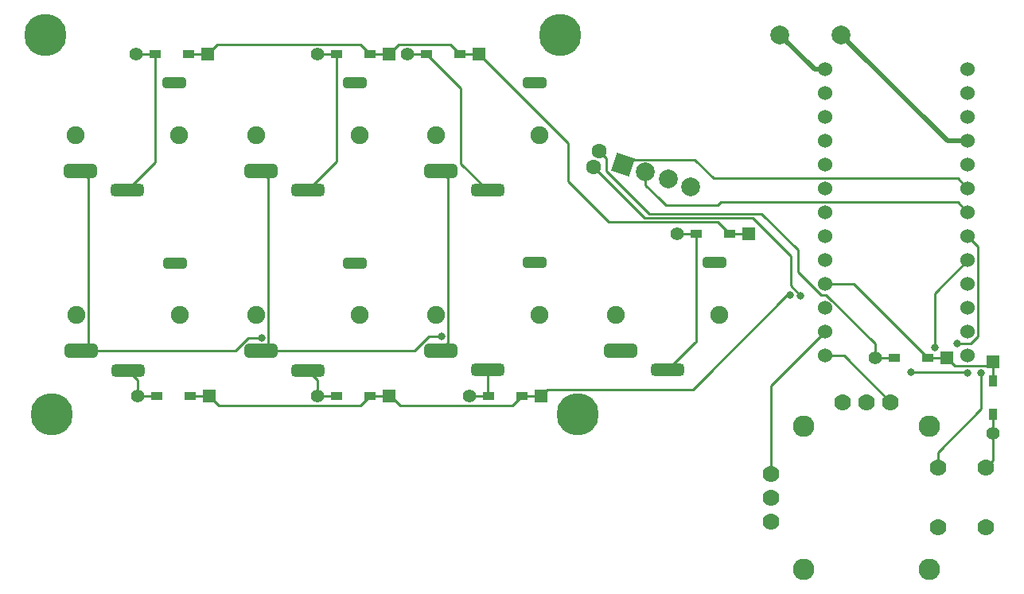
<source format=gbr>
G04 #@! TF.GenerationSoftware,KiCad,Pcbnew,8.0.6*
G04 #@! TF.CreationDate,2025-01-11T22:07:08+09:00*
G04 #@! TF.ProjectId,original_keyboard,6f726967-696e-4616-9c5f-6b6579626f61,rev?*
G04 #@! TF.SameCoordinates,Original*
G04 #@! TF.FileFunction,Copper,L2,Bot*
G04 #@! TF.FilePolarity,Positive*
%FSLAX46Y46*%
G04 Gerber Fmt 4.6, Leading zero omitted, Abs format (unit mm)*
G04 Created by KiCad (PCBNEW 8.0.6) date 2025-01-11 22:07:08*
%MOMM*%
%LPD*%
G01*
G04 APERTURE LIST*
G04 Aperture macros list*
%AMRoundRect*
0 Rectangle with rounded corners*
0 $1 Rounding radius*
0 $2 $3 $4 $5 $6 $7 $8 $9 X,Y pos of 4 corners*
0 Add a 4 corners polygon primitive as box body*
4,1,4,$2,$3,$4,$5,$6,$7,$8,$9,$2,$3,0*
0 Add four circle primitives for the rounded corners*
1,1,$1+$1,$2,$3*
1,1,$1+$1,$4,$5*
1,1,$1+$1,$6,$7*
1,1,$1+$1,$8,$9*
0 Add four rect primitives between the rounded corners*
20,1,$1+$1,$2,$3,$4,$5,0*
20,1,$1+$1,$4,$5,$6,$7,0*
20,1,$1+$1,$6,$7,$8,$9,0*
20,1,$1+$1,$8,$9,$2,$3,0*%
%AMRotRect*
0 Rectangle, with rotation*
0 The origin of the aperture is its center*
0 $1 length*
0 $2 width*
0 $3 Rotation angle, in degrees counterclockwise*
0 Add horizontal line*
21,1,$1,$2,0,0,$3*%
G04 Aperture macros list end*
G04 #@! TA.AperFunction,WasherPad*
%ADD10C,1.900000*%
G04 #@! TD*
G04 #@! TA.AperFunction,ComponentPad*
%ADD11RoundRect,0.287500X-0.962500X-0.287500X0.962500X-0.287500X0.962500X0.287500X-0.962500X0.287500X0*%
G04 #@! TD*
G04 #@! TA.AperFunction,ComponentPad*
%ADD12RoundRect,0.375000X-1.375000X-0.375000X1.375000X-0.375000X1.375000X0.375000X-1.375000X0.375000X0*%
G04 #@! TD*
G04 #@! TA.AperFunction,ComponentPad*
%ADD13RoundRect,0.325000X-1.425000X-0.325000X1.425000X-0.325000X1.425000X0.325000X-1.425000X0.325000X0*%
G04 #@! TD*
G04 #@! TA.AperFunction,ComponentPad*
%ADD14R,1.397000X1.397000*%
G04 #@! TD*
G04 #@! TA.AperFunction,SMDPad,CuDef*
%ADD15R,1.300000X0.950000*%
G04 #@! TD*
G04 #@! TA.AperFunction,ComponentPad*
%ADD16C,1.397000*%
G04 #@! TD*
G04 #@! TA.AperFunction,ComponentPad*
%ADD17RotRect,2.000000X2.000000X72.000000*%
G04 #@! TD*
G04 #@! TA.AperFunction,ComponentPad*
%ADD18C,2.000000*%
G04 #@! TD*
G04 #@! TA.AperFunction,ComponentPad*
%ADD19C,1.600000*%
G04 #@! TD*
G04 #@! TA.AperFunction,ComponentPad*
%ADD20C,1.778000*%
G04 #@! TD*
G04 #@! TA.AperFunction,ComponentPad*
%ADD21C,2.286000*%
G04 #@! TD*
G04 #@! TA.AperFunction,WasherPad*
%ADD22C,4.500000*%
G04 #@! TD*
G04 #@! TA.AperFunction,ComponentPad*
%ADD23C,1.524000*%
G04 #@! TD*
G04 #@! TA.AperFunction,SMDPad,CuDef*
%ADD24R,0.950000X1.300000*%
G04 #@! TD*
G04 #@! TA.AperFunction,ViaPad*
%ADD25C,0.800000*%
G04 #@! TD*
G04 #@! TA.AperFunction,Conductor*
%ADD26C,0.250000*%
G04 #@! TD*
G04 #@! TA.AperFunction,Conductor*
%ADD27C,0.500000*%
G04 #@! TD*
G04 APERTURE END LIST*
D10*
X75113000Y-73152000D03*
D11*
X85613000Y-67602000D03*
D10*
X86113000Y-73152000D03*
D12*
X75613000Y-76952000D03*
D13*
X80613000Y-79052000D03*
D14*
X105410000Y-100965000D03*
D15*
X103375000Y-100965000D03*
X99825000Y-100965000D03*
D16*
X97790000Y-100965000D03*
D14*
X89284000Y-100965000D03*
D15*
X87249000Y-100965000D03*
X83699000Y-100965000D03*
D16*
X81664000Y-100965000D03*
D10*
X113419000Y-92288200D03*
D11*
X123919000Y-86738200D03*
D10*
X124419000Y-92288200D03*
D12*
X113919000Y-96088200D03*
D13*
X118919000Y-98188200D03*
D17*
X114122365Y-76303012D03*
D18*
X116538048Y-77087915D03*
X118953732Y-77872818D03*
X121369415Y-78657722D03*
D19*
X111042818Y-76590448D03*
X111614500Y-74830993D03*
D14*
X69980000Y-64516000D03*
D15*
X67945000Y-64516000D03*
X64395000Y-64516000D03*
D16*
X62360000Y-64516000D03*
D20*
X152781000Y-108585000D03*
X152781000Y-114935000D03*
X147701000Y-108585000D03*
X147701000Y-114935000D03*
X129921000Y-109220000D03*
X129921000Y-111760000D03*
X129921000Y-114300000D03*
D21*
X146748500Y-104140000D03*
X133413500Y-104140000D03*
X133413500Y-119380000D03*
X146748500Y-119380000D03*
D20*
X142621000Y-101600000D03*
X140081000Y-101600000D03*
X137541000Y-101600000D03*
D22*
X109347000Y-102870000D03*
D14*
X98806000Y-64516000D03*
D15*
X96771000Y-64516000D03*
X93221000Y-64516000D03*
D16*
X91186000Y-64516000D03*
D14*
X127505000Y-83693000D03*
D15*
X125470000Y-83693000D03*
X121920000Y-83693000D03*
D16*
X119885000Y-83693000D03*
D10*
X55955000Y-92329000D03*
D11*
X66455000Y-86779000D03*
D10*
X66955000Y-92329000D03*
D12*
X56455000Y-96129000D03*
D13*
X61455000Y-98229000D03*
D23*
X135636000Y-68707000D03*
X135636000Y-71247000D03*
X135636000Y-73787000D03*
X135636000Y-76327000D03*
X135636000Y-78867000D03*
X135636000Y-81407000D03*
X135636000Y-83947000D03*
X135636000Y-86487000D03*
X135636000Y-89027000D03*
X135636000Y-91567000D03*
X135636000Y-94107000D03*
X135636000Y-96647000D03*
X150856000Y-96647000D03*
X150856000Y-94107000D03*
X150856000Y-91567000D03*
X150856000Y-89027000D03*
X150856000Y-86487000D03*
X150856000Y-83947000D03*
X150856000Y-81407000D03*
X150856000Y-78867000D03*
X150856000Y-76327000D03*
X150856000Y-73787000D03*
X150856000Y-71247000D03*
X150856000Y-68707000D03*
X150856000Y-66167000D03*
X135636000Y-66167000D03*
D10*
X75145000Y-92329000D03*
D11*
X85645000Y-86779000D03*
D10*
X86145000Y-92329000D03*
D12*
X75645000Y-96129000D03*
D13*
X80645000Y-98229000D03*
D14*
X89281000Y-64516000D03*
D15*
X87246000Y-64516000D03*
X83696000Y-64516000D03*
D16*
X81661000Y-64516000D03*
D10*
X55924000Y-73161000D03*
D11*
X66424000Y-67611000D03*
D10*
X66924000Y-73161000D03*
D12*
X56424000Y-76961000D03*
D13*
X61424000Y-79061000D03*
D10*
X94234000Y-73161000D03*
D11*
X104734000Y-67611000D03*
D10*
X105234000Y-73161000D03*
D12*
X94734000Y-76961000D03*
D13*
X99734000Y-79061000D03*
D22*
X53340000Y-102870000D03*
D14*
X148590000Y-96901000D03*
D15*
X146555000Y-96901000D03*
X143005000Y-96901000D03*
D16*
X140970000Y-96901000D03*
D10*
X94275000Y-92291000D03*
D11*
X104775000Y-86741000D03*
D10*
X105275000Y-92291000D03*
D12*
X94775000Y-96091000D03*
D13*
X99775000Y-98191000D03*
D22*
X52705000Y-62484000D03*
D14*
X70104000Y-100965000D03*
D15*
X68069000Y-100965000D03*
X64519000Y-100965000D03*
D16*
X62484000Y-100965000D03*
D14*
X153543000Y-97282000D03*
D24*
X153543000Y-99317000D03*
X153543000Y-102867000D03*
D16*
X153543000Y-104902000D03*
D22*
X107442000Y-62484000D03*
D18*
X137362000Y-62484000D03*
X130862000Y-62484000D03*
D25*
X131953000Y-90233500D03*
X133042500Y-90243500D03*
X75692000Y-94742000D03*
X94825000Y-94615000D03*
X152293012Y-98459000D03*
X144780000Y-98425000D03*
X150856000Y-98459000D03*
X147320000Y-95758000D03*
X149733000Y-95377000D03*
D26*
X108331000Y-74041000D02*
X98806000Y-64516000D01*
X125470000Y-83693000D02*
X124200000Y-82423000D01*
X69980000Y-64516000D02*
X67945000Y-64516000D01*
X96771000Y-64516000D02*
X98806000Y-64516000D01*
X89281000Y-64516000D02*
X90304500Y-63492500D01*
X87246000Y-64516000D02*
X89281000Y-64516000D01*
X125470000Y-83693000D02*
X127505000Y-83693000D01*
X124200000Y-82423000D02*
X112649000Y-82423000D01*
X95747500Y-63492500D02*
X96771000Y-64516000D01*
X112649000Y-82423000D02*
X108331000Y-78105000D01*
X86222500Y-63492500D02*
X87246000Y-64516000D01*
X71003500Y-63492500D02*
X86222500Y-63492500D01*
X69980000Y-64516000D02*
X71003500Y-63492500D01*
X108331000Y-78105000D02*
X108331000Y-74041000D01*
X90304500Y-63492500D02*
X95747500Y-63492500D01*
X64395000Y-76090000D02*
X61424000Y-79061000D01*
X64395000Y-64516000D02*
X62360000Y-64516000D01*
X64395000Y-64516000D02*
X64395000Y-76090000D01*
X81661000Y-64516000D02*
X83696000Y-64516000D01*
X83696000Y-75969000D02*
X80613000Y-79052000D01*
X83696000Y-64516000D02*
X83696000Y-75969000D01*
X96859000Y-76186000D02*
X99734000Y-79061000D01*
X93221000Y-64516000D02*
X96859000Y-68154000D01*
X91186000Y-64516000D02*
X93221000Y-64516000D01*
X96859000Y-68154000D02*
X96859000Y-76186000D01*
X119885000Y-83693000D02*
X121920000Y-83693000D01*
X121920000Y-95187200D02*
X121794000Y-95313200D01*
X121920000Y-83693000D02*
X121920000Y-95187200D01*
X121794000Y-95313200D02*
X118919000Y-98188200D01*
X61455000Y-98229000D02*
X62484000Y-99258000D01*
X62484000Y-99258000D02*
X62484000Y-100965000D01*
X64519000Y-100965000D02*
X62484000Y-100965000D01*
X62230000Y-100838000D02*
X62360000Y-100838000D01*
X105410000Y-100965000D02*
X106080000Y-100295000D01*
X106080000Y-100295000D02*
X121574000Y-100295000D01*
X90431500Y-101988500D02*
X102351500Y-101988500D01*
X70104000Y-100965000D02*
X71127500Y-101988500D01*
X71127500Y-101988500D02*
X86225500Y-101988500D01*
X131635500Y-90233500D02*
X122618500Y-99250500D01*
X68069000Y-100965000D02*
X70104000Y-100965000D01*
X102351500Y-101988500D02*
X103375000Y-100965000D01*
X103375000Y-100965000D02*
X105410000Y-100965000D01*
X86225500Y-101988500D02*
X87249000Y-100965000D01*
X131889500Y-90233500D02*
X131635500Y-90233500D01*
X89284000Y-100965000D02*
X87249000Y-100965000D01*
X121574000Y-100295000D02*
X122618500Y-99250500D01*
X89284000Y-100965000D02*
X89408000Y-100965000D01*
X89408000Y-100965000D02*
X90431500Y-101988500D01*
X80645000Y-98229000D02*
X81664000Y-99248000D01*
X81664000Y-99248000D02*
X81664000Y-100965000D01*
X81664000Y-100965000D02*
X83699000Y-100965000D01*
X99775000Y-100915000D02*
X99825000Y-100965000D01*
X99775000Y-98191000D02*
X99775000Y-100915000D01*
X97790000Y-100965000D02*
X99825000Y-100965000D01*
X135776251Y-90170000D02*
X135241749Y-90170000D01*
X140970000Y-95363749D02*
X135776251Y-90170000D01*
X112414499Y-76981499D02*
X112414499Y-75630992D01*
X128911218Y-81523000D02*
X116956000Y-81523000D01*
X116956000Y-81523000D02*
X112414499Y-76981499D01*
X132787109Y-87715360D02*
X132787109Y-85398891D01*
X140970000Y-96901000D02*
X140970000Y-95363749D01*
X135241749Y-90170000D02*
X132787109Y-87715360D01*
X143005000Y-96901000D02*
X140970000Y-96901000D01*
X132787109Y-85398891D02*
X128911218Y-81523000D01*
X112414499Y-75630992D02*
X111614500Y-74830993D01*
X149423000Y-97734000D02*
X153091000Y-97734000D01*
X148590000Y-96901000D02*
X149423000Y-97734000D01*
X135092745Y-89210000D02*
X136073000Y-89210000D01*
X153543000Y-97282000D02*
X153543000Y-99317000D01*
X138681000Y-89027000D02*
X146555000Y-96901000D01*
X135636000Y-89027000D02*
X138681000Y-89027000D01*
X153091000Y-97734000D02*
X153543000Y-97282000D01*
X146555000Y-96901000D02*
X148590000Y-96901000D01*
X153543000Y-102867000D02*
X153543000Y-104902000D01*
X153543000Y-104902000D02*
X153543000Y-107823000D01*
X153543000Y-107823000D02*
X152781000Y-108585000D01*
D27*
X134545000Y-66167000D02*
X135636000Y-66167000D01*
X130862000Y-62484000D02*
X134545000Y-66167000D01*
D26*
X127947000Y-81973000D02*
X130238500Y-84264500D01*
X132016500Y-89217500D02*
X133042500Y-90243500D01*
X57230000Y-95354000D02*
X56455000Y-96129000D01*
X57230000Y-77767000D02*
X57230000Y-95354000D01*
X111042818Y-76590448D02*
X116425370Y-81973000D01*
X56424000Y-76961000D02*
X57230000Y-77767000D01*
X74292050Y-94742000D02*
X75692000Y-94742000D01*
X130238500Y-84264500D02*
X132016500Y-86042500D01*
X72905050Y-96129000D02*
X74292050Y-94742000D01*
X56455000Y-96129000D02*
X72905050Y-96129000D01*
X116425370Y-81973000D02*
X127947000Y-81973000D01*
X132016500Y-86042500D02*
X132016500Y-89217500D01*
X75645000Y-96129000D02*
X91997050Y-96129000D01*
X152293012Y-102341988D02*
X152293012Y-98459000D01*
X147701000Y-106934000D02*
X152293012Y-102341988D01*
X76420000Y-95354000D02*
X75645000Y-96129000D01*
X91997050Y-96129000D02*
X93511050Y-94615000D01*
X93511050Y-94615000D02*
X94825000Y-94615000D01*
X147701000Y-108585000D02*
X147701000Y-106934000D01*
X75613000Y-76952000D02*
X76420000Y-77759000D01*
X76420000Y-77759000D02*
X76420000Y-95354000D01*
X95550000Y-95316000D02*
X94775000Y-96091000D01*
X94734000Y-76961000D02*
X95550000Y-77777000D01*
X95550000Y-77777000D02*
X95550000Y-95316000D01*
X150822000Y-98425000D02*
X144780000Y-98425000D01*
X150856000Y-98459000D02*
X150822000Y-98425000D01*
X123822784Y-77780000D02*
X121805699Y-75762915D01*
X149769000Y-77780000D02*
X123822784Y-77780000D01*
X121805699Y-75762915D02*
X114662462Y-75762915D01*
X114662462Y-75762915D02*
X114122365Y-76303012D01*
X150856000Y-78867000D02*
X149769000Y-77780000D01*
X124577131Y-80320000D02*
X124244958Y-80652173D01*
X118688093Y-80652173D02*
X118014460Y-79978540D01*
X116538048Y-77087915D02*
X116538048Y-78502128D01*
X124244958Y-80652173D02*
X118688093Y-80652173D01*
X116538048Y-78502128D02*
X118014460Y-79978540D01*
X149769000Y-80320000D02*
X124577131Y-80320000D01*
X150856000Y-81407000D02*
X149769000Y-80320000D01*
X129921000Y-99822000D02*
X129921000Y-109220000D01*
X135636000Y-94107000D02*
X129921000Y-99822000D01*
X137668000Y-96647000D02*
X142621000Y-101600000D01*
X135636000Y-96647000D02*
X137668000Y-96647000D01*
D27*
X137362000Y-62484000D02*
X148665000Y-73787000D01*
X148665000Y-73787000D02*
X150856000Y-73787000D01*
D26*
X150856000Y-86487000D02*
X147320000Y-90023000D01*
X147320000Y-90023000D02*
X147320000Y-95758000D01*
X151943000Y-94557251D02*
X151943000Y-85034000D01*
X151943000Y-85034000D02*
X150856000Y-83947000D01*
X149733000Y-95377000D02*
X151123251Y-95377000D01*
X151123251Y-95377000D02*
X151943000Y-94557251D01*
M02*

</source>
